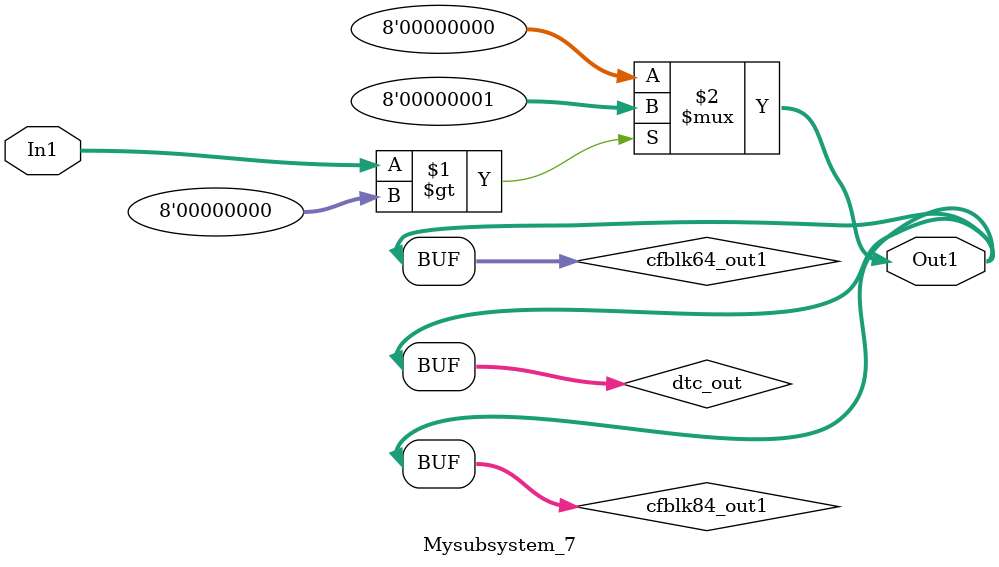
<source format=v>



`timescale 1 ns / 1 ns

module Mysubsystem_7
          (In1,
           Out1);


  input   [7:0] In1;  // uint8
  output  [7:0] Out1;  // uint8


  wire [7:0] cfblk84_out1;  // uint8
  wire [7:0] dtc_out;  // ufix8
  wire [7:0] cfblk64_out1;  // uint8


  assign cfblk84_out1 = (In1 > 8'b00000000 ? 8'b00000001 :
              8'b00000000);



  assign dtc_out = cfblk84_out1;



  assign cfblk64_out1 = dtc_out;



  assign Out1 = cfblk64_out1;

endmodule  // Mysubsystem_7


</source>
